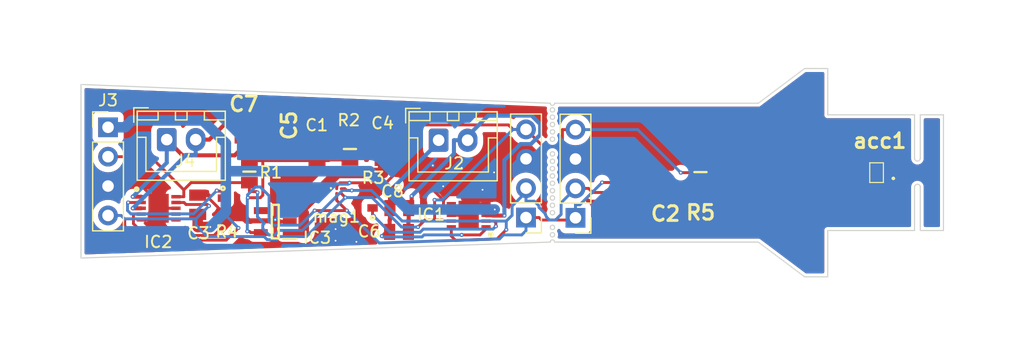
<source format=kicad_pcb>
(kicad_pcb (version 20240108) (generator "pcbnew") (generator_version "8.0")
  (layers (0 "F.Cu" signal) (31 "B.Cu" signal) (34 "B.Paste" user) (35 "F.Paste" user) (36 "B.SilkS" user "B.Silkscreen") (37 "F.SilkS" user "F.Silkscreen") (38 "B.Mask" user) (39 "F.Mask" user) (44 "Edge.Cuts" user))
  (net 0 "")
  (net 1 "GND")
  (net 2 "+3.3V")
  (net 3 "SCL")
  (net 4 "SDA")
  (net 5 "+5V")
  (net 7 "Net-(acc1-INT)")
  (net 12 "Net-(IC1-ISENSE)")
  (net 13 "Net-(IC2-ISENSE)")
  (net 14 "/MotorOut3")
  (net 15 "/MotorOut1")
  (net 16 "/MotorOut2")
  (net 17 "/MotorOut4")
  (footprint "Samacsys:CAPC2012X145N" (layer "F.Cu") (at 119.0517 31.8142 90)
    (property "Reference" "C3" (at -2.4638 0.0762 0) (layer "F.SilkS") (effects (font (thickness 0.16))))
    (property "Value" "GRM21BR61C106KE15K" (hide yes))
    (pad "1" smd rect (at -0.83 0 90) (size 0.97 1.47) (layers "F.Cu" "F.Paste" "F.Mask") (net 5 "+5V"))
    (pad "2" smd rect (at 0.83 0 90) (size 0.97 1.47) (layers "F.Cu" "F.Paste" "F.Mask") (net 1 "GND"))
  )
  (footprint "Samacsys:CAPC2012X70N" (layer "F.Cu") (at 136.4756 32.1006)
    (property "Reference" "C8" (at -0.5842 -1.4478 0) (layer "F.SilkS") (effects (font (thickness 0.16))))
    (property "Value" "885012007034" (hide yes))
    (pad "1" smd rect (at -0.81 0) (size 0.96 1.39) (layers "F.Cu" "F.Paste" "F.Mask") (net 15 "/MotorOut1"))
    (pad "2" smd rect (at 0.81 0) (size 0.96 1.39) (layers "F.Cu" "F.Paste" "F.Mask") (net 16 "/MotorOut2"))
  )
  (footprint "Samacsys:RESC2012X60N" (layer "F.Cu") (at 123.5216 28.951 90)
    (property "Reference" "R1" (at -0.0676 1.8458 180) (layer "F.SilkS") (effects (font (thickness 0.16))))
    (property "Value" "CR0805-JW-272ELF" (hide yes))
    (pad "1" smd rect (at -0.95 0 90) (size 1 1.45) (layers "F.Cu" "F.Paste" "F.Mask") (net 3 "SCL"))
    (pad "2" smd rect (at 0.95 0 90) (size 1 1.45) (layers "F.Cu" "F.Paste" "F.Mask") (net 2 "+3.3V"))
  )
  (footprint "Samacsys:ERJ3_B_BQ_BW_LW_(0603)" (layer "F.Cu") (at 134.1642 31.364 90)
    (property "Reference" "R3" (at 1.8796 0.0508 180) (layer "F.SilkS") (effects (font (thickness 0.16))))
    (property "Value" "ERJ-3RQFR91V" (hide yes))
    (pad "1" smd rect (at -0.725 0 90) (size 0.65 0.9) (layers "F.Cu" "F.Paste" "F.Mask") (net 12 "Net-(IC1-ISENSE)"))
    (pad "2" smd rect (at 0.725 0 90) (size 0.65 0.9) (layers "F.Cu" "F.Paste" "F.Mask") (net 1 "GND"))
  )
  (footprint "Connector_PinHeader_2.54mm:PinHeader_1x04_P2.54mm_Vertical" (layer "F.Cu") (at 151.7 32.94 180)
    (property "Reference" "J1" (hide yes))
    (property "Value" "Conn_01x04_Pin" (hide yes))
    (pad "1" thru_hole rect (at 0 0 180) (size 1.7 1.7) (drill 1) (layers "*.Cu" "*.Mask") (net 2 "+3.3V"))
    (pad "2" thru_hole oval (at 0 2.54 180) (size 1.7 1.7) (drill 1) (layers "*.Cu" "*.Mask") (net 3 "SCL"))
    (pad "3" thru_hole oval (at 0 5.08 180) (size 1.7 1.7) (drill 1) (layers "*.Cu" "*.Mask") (net 1 "GND"))
    (pad "4" thru_hole oval (at 0 7.62 180) (size 1.7 1.7) (drill 1) (layers "*.Cu" "*.Mask") (net 4 "SDA"))
  )
  (footprint "Samacsys:CAPC2012X145N" (layer "F.Cu") (at 135.0786 27.1476 90)
    (property "Reference" "C4" (at 2.3876 -0.0508 180) (layer "F.SilkS") (effects (font (thickness 0.16))))
    (property "Value" "GRM21BR61C106KE15K" (hide yes))
    (pad "1" smd rect (at -0.83 0 90) (size 0.97 1.47) (layers "F.Cu" "F.Paste" "F.Mask") (net 5 "+5V"))
    (pad "2" smd rect (at 0.83 0 90) (size 0.97 1.47) (layers "F.Cu" "F.Paste" "F.Mask") (net 1 "GND"))
  )
  (footprint "Samacsys:SON50P300X300X100-11N-D" (layer "F.Cu") (at 142.47 32.7235 180)
    (property "Reference" "IC1" (hide yes))
    (property "Value" "DRV8830DRCR" (hide yes))
    (fp_text user "${REFERENCE}" (at 3.2512 0.0641 180) (layer "F.SilkS") (effects (font (thickness 0.16))))
    (pad "1" smd rect (at -1.5 -1 270) (size 0.3 0.8) (layers "F.Cu" "F.Paste" "F.Mask") (net 15 "/MotorOut1"))
    (pad "2" smd rect (at -1.5 -0.5 270) (size 0.3 0.8) (layers "F.Cu" "F.Paste" "F.Mask") (net 12 "Net-(IC1-ISENSE)"))
    (pad "3" smd rect (at -1.5 0 270) (size 0.3 0.8) (layers "F.Cu" "F.Paste" "F.Mask") (net 16 "/MotorOut2"))
    (pad "4" smd rect (at -1.5 0.5 270) (size 0.3 0.8) (layers "F.Cu" "F.Paste" "F.Mask") (net 5 "+5V"))
    (pad "5" smd rect (at -1.5 1 270) (size 0.3 0.8) (layers "F.Cu" "F.Paste" "F.Mask") (net 1 "GND"))
    (pad "6" smd rect (at 1.5 1 270) (size 0.3 0.8) (layers "F.Cu" "F.Paste" "F.Mask"))
    (pad "7" smd rect (at 1.5 0.5 270) (size 0.3 0.8) (layers "F.Cu" "F.Paste" "F.Mask") (net 1 "GND"))
    (pad "8" smd rect (at 1.5 0 270) (size 0.3 0.8) (layers "F.Cu" "F.Paste" "F.Mask") (net 1 "GND"))
    (pad "9" smd rect (at 1.5 -0.5 270) (size 0.3 0.8) (layers "F.Cu" "F.Paste" "F.Mask") (net 4 "SDA"))
    (pad "10" smd rect (at 1.5 -1 270) (size 0.3 0.8) (layers "F.Cu" "F.Paste" "F.Mask") (net 3 "SCL"))
    (pad "11" smd rect (at 0 0 180) (size 1.75 2.5) (layers "F.Cu" "F.Paste" "F.Mask") (net 1 "GND"))
  )
  (footprint "Samacsys:MXC4005XC" (layer "F.Cu") (at 177.72 29.04 180)
    (property "Reference" "acc1" (at -0.28 2.75 0) (layer "F.SilkS") (effects (font (size 1.27 1.27) (thickness 0.254))))
    (property "Value" "MXC4005XC" (hide yes))
    (pad "1" smd rect (at -0.22 -0.46 180) (size 0.25 0.3) (layers "F.Cu" "F.Paste" "F.Mask") (net 3 "SCL"))
    (pad "2" smd rect (at -0.22 0 180) (size 0.25 0.3) (layers "F.Cu" "F.Paste" "F.Mask"))
    (pad "3" smd rect (at -0.22 0.46 180) (size 0.25 0.3) (layers "F.Cu" "F.Paste" "F.Mask") (net 1 "GND"))
    (pad "4" smd rect (at 0.22 0.46 180) (size 0.25 0.3) (layers "F.Cu" "F.Paste" "F.Mask") (net 7 "Net-(acc1-INT)"))
    (pad "5" smd rect (at 0.22 0 180) (size 0.25 0.3) (layers "F.Cu" "F.Paste" "F.Mask") (net 4 "SDA"))
    (pad "6" smd rect (at 0.22 -0.46 180) (size 0.25 0.3) (layers "F.Cu" "F.Paste" "F.Mask") (net 2 "+3.3V"))
  )
  (footprint "Samacsys:CAPC2012X70N" (layer "F.Cu") (at 136.4502 34.158)
    (property "Reference" "C6" (hide yes))
    (property "Value" "CC0805KRX7R8BB102" (hide yes))
    (fp_text user "${REFERENCE}" (at -2.5828 -0.0394 0) (layer "F.SilkS") (effects (font (thickness 0.16))))
    (pad "1" smd rect (at -0.81 0) (size 0.96 1.39) (layers "F.Cu" "F.Paste" "F.Mask") (net 15 "/MotorOut1"))
    (pad "2" smd rect (at 0.81 0) (size 0.96 1.39) (layers "F.Cu" "F.Paste" "F.Mask") (net 16 "/MotorOut2"))
  )
  (footprint "Samacsys:ERJ3_B_BQ_BW_LW_(0603)" (layer "F.Cu") (at 121.2361 31.9666 -90)
    (property "Reference" "R4" (at 2.159 -0.3302 0) (layer "F.SilkS") (effects (font (thickness 0.16))))
    (property "Value" "ERJ-3RQFR91V" (hide yes))
    (pad "1" smd rect (at -0.725 0 270) (size 0.65 0.9) (layers "F.Cu" "F.Paste" "F.Mask") (net 13 "Net-(IC2-ISENSE)"))
    (pad "2" smd rect (at 0.725 0 270) (size 0.65 0.9) (layers "F.Cu" "F.Paste" "F.Mask") (net 1 "GND"))
  )
  (footprint "Samacsys:SOT95P280X145-5N" (layer "F.Cu") (at 125.7568 33.269 180)
    (property "Reference" "IC3" (at -3.6068 -1.397 0) (layer "F.SilkS") (effects (font (thickness 0.16))))
    (property "Value" "MIC5504-3.3YM5-TR" (hide yes))
    (pad "1" smd rect (at -1.25 -0.95 270) (size 0.6 1.2) (layers "F.Cu" "F.Paste" "F.Mask") (net 5 "+5V"))
    (pad "2" smd rect (at -1.25 0 270) (size 0.6 1.2) (layers "F.Cu" "F.Paste" "F.Mask") (net 1 "GND"))
    (pad "3" smd rect (at -1.25 0.95 270) (size 0.6 1.2) (layers "F.Cu" "F.Paste" "F.Mask") (net 5 "+5V"))
    (pad "4" smd rect (at 1.25 0.95 270) (size 0.6 1.2) (layers "F.Cu" "F.Paste" "F.Mask"))
    (pad "5" smd rect (at 1.25 -0.95 270) (size 0.6 1.2) (layers "F.Cu" "F.Paste" "F.Mask") (net 2 "+3.3V"))
  )
  (footprint "Connector_PinHeader_2.54mm:PinHeader_1x04_P2.54mm_Vertical" (layer "F.Cu") (at 147.4235 32.9218 180)
    (property "Reference" "J5" (hide yes))
    (property "Value" "Conn_01x04_Pin" (hide yes))
    (pad "1" thru_hole rect (at 0 0 180) (size 1.7 1.7) (drill 1) (layers "*.Cu" "*.Mask") (net 2 "+3.3V"))
    (pad "2" thru_hole oval (at 0 2.54 180) (size 1.7 1.7) (drill 1) (layers "*.Cu" "*.Mask") (net 3 "SCL"))
    (pad "3" thru_hole oval (at 0 5.08 180) (size 1.7 1.7) (drill 1) (layers "*.Cu" "*.Mask") (net 1 "GND"))
    (pad "4" thru_hole oval (at 0 7.62 180) (size 1.7 1.7) (drill 1) (layers "*.Cu" "*.Mask") (net 4 "SDA"))
  )
  (footprint "Samacsys:MMC5603NJ" (layer "F.Cu") (at 131.2654 30.6306)
    (property "Reference" "mag1" (at -0.2254 2.2066 0) (layer "F.SilkS") (effects (font (thickness 0.16))))
    (property "Value" "MMC5603NJ" (hide yes))
    (pad "A1" smd circle (at -0.2 -0.2 90) (size 0.23 0.23) (layers "F.Cu" "F.Paste" "F.Mask") (net 1 "GND"))
    (pad "A2" smd circle (at 0.2 -0.2 90) (size 0.23 0.23) (layers "F.Cu" "F.Paste" "F.Mask") (net 3 "SCL"))
    (pad "B1" smd circle (at -0.2 0.2 90) (size 0.23 0.23) (layers "F.Cu" "F.Paste" "F.Mask") (net 2 "+3.3V"))
    (pad "B2" smd circle (at 0.2 0.2 90) (size 0.23 0.23) (layers "F.Cu" "F.Paste" "F.Mask") (net 4 "SDA"))
  )
  (footprint "Samacsys:CAPC2012X140N" (layer "F.Cu") (at 129.3636 27.1984 90)
    (property "Reference" "C1" (at 2.2606 -0.0254 0) (layer "F.SilkS") (effects (font (thickness 0.16))))
    (property "Value" "C0805C225K8PAC" (hide yes))
    (pad "1" smd rect (at -0.8 0 90) (size 1.02 1.47) (layers "F.Cu" "F.Paste" "F.Mask") (net 2 "+3.3V"))
    (pad "2" smd rect (at 0.8 0 90) (size 1.02 1.47) (layers "F.Cu" "F.Paste" "F.Mask") (net 1 "GND"))
  )
  (footprint "Samacsys:RESC2012X60N" (layer "F.Cu") (at 162.5 28.99 -90)
    (property "Reference" "R5" (at 3.5 -0.01643 0) (layer "F.SilkS") (effects (font (size 1.27 1.27) (thickness 0.254))))
    (property "Value" "CR0805-JW-272ELF" (hide yes))
    (pad "1" smd rect (at -0.95 0 270) (size 1 1.45) (layers "F.Cu" "F.Paste" "F.Mask") (net 7 "Net-(acc1-INT)"))
    (pad "2" smd rect (at 0.95 0 270) (size 1 1.45) (layers "F.Cu" "F.Paste" "F.Mask") (net 2 "+3.3V"))
  )
  (footprint "Samacsys:CAPC2012X70N" (layer "F.Cu") (at 122.9379 25.2356 90)
    (property "Reference" "C7" (at 2.117 0.1016 180) (layer "F.SilkS") (effects (font (size 1.27 1.27) (thickness 0.254))))
    (property "Value" "885012007034" (hide yes))
    (pad "1" smd rect (at -0.81 0 90) (size 0.96 1.39) (layers "F.Cu" "F.Paste" "F.Mask") (net 14 "/MotorOut3"))
    (pad "2" smd rect (at 0.81 0 90) (size 0.96 1.39) (layers "F.Cu" "F.Paste" "F.Mask") (net 17 "/MotorOut4"))
  )
  (footprint "Samacsys:CAPC2012X70N" (layer "F.Cu") (at 125.3509 25.0578 90)
    (property "Reference" "C5" (at 0.1016 1.6002 90) (layer "F.SilkS") (effects (font (size 1.27 1.27) (thickness 0.254))))
    (property "Value" "CC0805KRX7R8BB102" (hide yes))
    (pad "1" smd rect (at -0.81 0 90) (size 0.96 1.39) (layers "F.Cu" "F.Paste" "F.Mask") (net 14 "/MotorOut3"))
    (pad "2" smd rect (at 0.81 0 90) (size 0.96 1.39) (layers "F.Cu" "F.Paste" "F.Mask") (net 17 "/MotorOut4"))
  )
  (footprint "Connector_PinHeader_2.54mm:PinHeader_1x04_P2.54mm_Vertical" (layer "F.Cu") (at 111.3047 25.1186)
    (property "Reference" "J3" (at 0 -2.33 0) (layer "F.SilkS"))
    (property "Value" "Conn_01x04_Pin" (hide yes))
    (pad "1" thru_hole rect (at 0 0) (size 1.7 1.7) (drill 1) (layers "*.Cu" "*.Mask") (net 5 "+5V"))
    (pad "2" thru_hole oval (at 0 2.54) (size 1.7 1.7) (drill 1) (layers "*.Cu" "*.Mask") (net 3 "SCL"))
    (pad "3" thru_hole oval (at 0 5.08) (size 1.7 1.7) (drill 1) (layers "*.Cu" "*.Mask") (net 1 "GND"))
    (pad "4" thru_hole oval (at 0 7.62) (size 1.7 1.7) (drill 1) (layers "*.Cu" "*.Mask") (net 4 "SDA"))
  )
  (footprint "Samacsys:RESC2012X60N" (layer "F.Cu") (at 132.2084 26.9952 -90)
    (property "Reference" "R2" (at -2.4892 0.1016 180) (layer "F.SilkS") (effects (font (thickness 0.16))))
    (property "Value" "CR0805-JW-272ELF" (hide yes))
    (pad "1" smd rect (at -0.95 0 270) (size 1 1.45) (layers "F.Cu" "F.Paste" "F.Mask") (net 4 "SDA"))
    (pad "2" smd rect (at 0.95 0 270) (size 1 1.45) (layers "F.Cu" "F.Paste" "F.Mask") (net 2 "+3.3V"))
  )
  (footprint "Samacsys:SON50P300X300X100-11N-D" (layer "F.Cu") (at 115.6735 32.119)
    (property "Reference" "IC2" (hide yes))
    (property "Value" "DRV8830DRCR" (hide yes))
    (fp_text user "${REFERENCE}" (at -0.0254 2.9089 180) (layer "F.SilkS") (effects (font (thickness 0.16))))
    (pad "1" smd rect (at -1.5 -1 90) (size 0.3 0.8) (layers "F.Cu" "F.Paste" "F.Mask") (net 14 "/MotorOut3"))
    (pad "2" smd rect (at -1.5 -0.5 90) (size 0.3 0.8) (layers "F.Cu" "F.Paste" "F.Mask") (net 13 "Net-(IC2-ISENSE)"))
    (pad "3" smd rect (at -1.5 0 90) (size 0.3 0.8) (layers "F.Cu" "F.Paste" "F.Mask") (net 17 "/MotorOut4"))
    (pad "4" smd rect (at -1.5 0.5 90) (size 0.3 0.8) (layers "F.Cu" "F.Paste" "F.Mask") (net 5 "+5V"))
    (pad "5" smd rect (at -1.5 1 90) (size 0.3 0.8) (layers "F.Cu" "F.Paste" "F.Mask") (net 1 "GND"))
    (pad "6" smd rect (at 1.5 1 90) (size 0.3 0.8) (layers "F.Cu" "F.Paste" "F.Mask"))
    (pad "7" smd rect (at 1.5 0.5 90) (size 0.3 0.8) (layers "F.Cu" "F.Paste" "F.Mask"))
    (pad "8" smd rect (at 1.5 0 90) (size 0.3 0.8) (layers "F.Cu" "F.Paste" "F.Mask") (net 1 "GND"))
    (pad "9" smd rect (at 1.5 -0.5 90) (size 0.3 0.8) (layers "F.Cu" "F.Paste" "F.Mask") (net 4 "SDA"))
    (pad "10" smd rect (at 1.5 -1 90) (size 0.3 0.8) (layers "F.Cu" "F.Paste" "F.Mask") (net 3 "SCL"))
    (pad "11" smd rect (at 0 0) (size 1.75 2.5) (layers "F.Cu" "F.Paste" "F.Mask") (net 1 "GND"))
  )
  (footprint "Samacsys:CAPC2012X140N" (layer "F.Cu") (at 159.5 29.09 -90)
    (property "Reference" "C2" (at 3.5 0.01643 0) (layer "F.SilkS") (effects (font (size 1.27 1.27) (thickness 0.254))))
    (property "Value" "C0805C225K8PAC" (hide yes))
    (pad "1" smd rect (at -0.8 0 270) (size 1.02 1.47) (layers "F.Cu" "F.Paste" "F.Mask") (net 1 "GND"))
    (pad "2" smd rect (at 0.8 0 270) (size 1.02 1.47) (layers "F.Cu" "F.Paste" "F.Mask") (net 2 "+3.3V"))
  )
  (footprint "Connector_JST:JST_XH_B2B-XH-A_1x02_P2.50mm_Vertical" (layer "F.Cu") (at 116.3793 26.1838)
    (property "Reference" "J4" (at 1.5881 1.8348 0) (layer "F.SilkS"))
    (property "Value" "Conn_01x02_Pin" (hide yes))
    (pad "1" thru_hole roundrect (at 0 0) (size 1.7 2) (drill 1) (layers "*.Cu" "*.Mask") (roundrect_rratio 0.1470588235) (net 14 "/MotorOut3"))
    (pad "2" thru_hole oval (at 2.5 0) (size 1.7 2) (drill 1) (layers "*.Cu" "*.Mask") (net 17 "/MotorOut4"))
  )
  (footprint "Connector_JST:JST_XH_B2B-XH-A_1x02_P2.50mm_Vertical" (layer "F.Cu") (at 139.8743 26.2346)
    (property "Reference" "J2" (at 1.3511 2.0052 0) (layer "F.SilkS"))
    (property "Value" "Conn_01x02_Pin" (hide yes))
    (pad "1" thru_hole roundrect (at 0 0) (size 1.7 2) (drill 1) (layers "*.Cu" "*.Mask") (roundrect_rratio 0.1470588235) (net 15 "/MotorOut1"))
    (pad "2" thru_hole oval (at 2.5 0) (size 1.7 2) (drill 1) (layers "*.Cu" "*.Mask") (net 16 "/MotorOut2"))
  )
  (gr_line (start 174 24.04) (end 173.5 24.04) (stroke (width 0.1)) (layer "Edge.Cuts"))
  (gr_arc (start 181.5 27.79) (mid 181.25 28.04) (end 181 27.79) (stroke (width 0.1)) (layer "Edge.Cuts"))
  (gr_line (start 149.9 23.04) (end 167.5 23.04) (stroke (width 0.1)) (layer "Edge.Cuts"))
  (gr_circle (center 149.7095 29.325) (end 149.9 29.325) (stroke (width 0.1)) (fill none) (layer "Edge.Cuts"))
  (gr_arc (start 181 30.29) (mid 181.25 30.04) (end 181.5 30.29) (stroke (width 0.1)) (layer "Edge.Cuts"))
  (gr_line (start 171.5 38.04) (end 167.5 35.04) (stroke (width 0.1)) (layer "Edge.Cuts"))
  (gr_line (start 181 30.29) (end 181 34.04) (stroke (width 0.1)) (layer "Edge.Cuts"))
  (gr_line (start 174 34.04) (end 173.5 34.04) (stroke (width 0.1)) (layer "Edge.Cuts"))
  (gr_circle (center 149.7095 34.405) (end 149.9 34.405) (stroke (width 0.1)) (fill none) (layer "Edge.Cuts"))
  (gr_circle (center 149.7095 24.245) (end 149.9 24.245) (stroke (width 0.1)) (fill none) (layer "Edge.Cuts"))
  (gr_circle (center 149.7095 28.055) (end 149.9 28.055) (stroke (width 0.1)) (fill none) (layer "Edge.Cuts"))
  (gr_line (start 181.5 24.04) (end 183.5 24.04) (stroke (width 0.1)) (layer "Edge.Cuts"))
  (gr_circle (center 149.7095 26.15) (end 149.9 26.15) (stroke (width 0.1)) (fill none) (layer "Edge.Cuts"))
  (gr_line (start 181 27.79) (end 181 24.04) (stroke (width 0.1)) (layer "Edge.Cuts"))
  (gr_line (start 174 34.04) (end 181 34.04) (stroke (width 0.1)) (layer "Edge.Cuts"))
  (gr_line (start 181.5 27.79) (end 181.5 24.04) (stroke (width 0.1)) (layer "Edge.Cuts"))
  (gr_circle (center 149.7095 31.23) (end 149.9 31.23) (stroke (width 0.1)) (fill none) (layer "Edge.Cuts"))
  (gr_circle (center 149.7095 32.5) (end 149.9 32.5) (stroke (width 0.1)) (fill none) (layer "Edge.Cuts"))
  (gr_line (start 171.5 20.04) (end 167.5 23.04) (stroke (width 0.1)) (layer "Edge.Cuts"))
  (gr_circle (center 149.7095 30.595) (end 149.9 30.595) (stroke (width 0.1)) (fill none) (layer "Edge.Cuts"))
  (gr_line (start 183.5 24.04) (end 183.5 34.04) (stroke (width 0.1)) (layer "Edge.Cuts"))
  (gr_circle (center 149.7095 28.69) (end 149.9 28.69) (stroke (width 0.1)) (fill none) (layer "Edge.Cuts"))
  (gr_line (start 173.5 34.04) (end 173.5 38.04) (stroke (width 0.1)) (layer "Edge.Cuts"))
  (gr_line (start 108.9674 21.4186) (end 108.9674 36.4186) (stroke (width 0.1)) (layer "Edge.Cuts"))
  (gr_line (start 174 24.04) (end 181 24.04) (stroke (width 0.1)) (layer "Edge.Cuts"))
  (gr_line (start 108.9674 21.4186) (end 149.519 23.04) (stroke (width 0.1)) (layer "Edge.Cuts"))
  (gr_line (start 108.9674 36.4186) (end 149.519 35.04) (stroke (width 0.1)) (layer "Edge.Cuts"))
  (gr_arc (start 149.519 35.04) (mid 149.7095 34.8495) (end 149.9 35.04) (stroke (width 0.1)) (layer "Edge.Cuts"))
  (gr_circle (center 149.7095 27.42) (end 149.9 27.42) (stroke (width 0.1)) (fill none) (layer "Edge.Cuts"))
  (gr_arc (start 149.9 23.04) (mid 149.7095 23.2305) (end 149.519 23.04) (stroke (width 0.1)) (layer "Edge.Cuts"))
  (gr_line (start 149.9 35.04) (end 167.5 35.04) (stroke (width 0.1)) (layer "Edge.Cuts"))
  (gr_circle (center 149.7095 25.515) (end 149.9 25.515) (stroke (width 0.1)) (fill none) (layer "Edge.Cuts"))
  (gr_circle (center 149.7095 29.96) (end 149.9 29.96) (stroke (width 0.1)) (fill none) (layer "Edge.Cuts"))
  (gr_circle (center 149.7095 31.865) (end 149.9 31.865) (stroke (width 0.1)) (fill none) (layer "Edge.Cuts"))
  (gr_circle (center 149.7095 33.77) (end 149.9 33.77) (stroke (width 0.1)) (fill none) (layer "Edge.Cuts"))
  (gr_circle (center 149.7095 23.61) (end 149.9 23.61) (stroke (width 0.1)) (fill none) (layer "Edge.Cuts"))
  (gr_line (start 181.5 30.29) (end 181.5 34.04) (stroke (width 0.1)) (layer "Edge.Cuts"))
  (gr_line (start 181.5 34.04) (end 183.5 34.04) (stroke (width 0.1)) (layer "Edge.Cuts"))
  (gr_line (start 173.5 24.04) (end 173.5 20.04) (stroke (width 0.1)) (layer "Edge.Cuts"))
  (gr_circle (center 149.7095 24.88) (end 149.9 24.88) (stroke (width 0.1)) (fill none) (layer "Edge.Cuts"))
  (gr_line (start 171.5 20.04) (end 173.5 20.04) (stroke (width 0.1)) (layer "Edge.Cuts"))
  (gr_line (start 171.5 38.04) (end 173.5 38.04) (stroke (width 0.1)) (layer "Edge.Cuts"))
  (segment (start 141.6469 32.7235) (end 140.97 32.7235) (width 0.25) (layer "F.Cu") (net 1))
  (segment (start 142.1469 31.7235) (end 143.97 31.7235) (width 0.25) (layer "F.Cu") (net 1))
  (segment (start 135.2105 30.0371) (end 134.1642 30.0371) (width 0.25) (layer "F.Cu") (net 1))
  (segment (start 159.5 28.29) (end 159.5 27.5031) (width 0.25) (layer "F.Cu") (net 1))
  (segment (start 141.6469 32.2235) (end 142.1469 31.7235) (width 0.25) (layer "F.Cu") (net 1))
  (segment (start 140.2931 32.2235) (end 140.2931 31.4312) (width 0.25) (layer "F.Cu") (net 1))
  (segment (start 120.0636 31.3001) (end 120.0636 30.9842) (width 0.25) (layer "F.Cu") (net 1))
  (segment (start 130.7992 26.8221) (end 133.5622 26.8221) (width 0.25) (layer "F.Cu") (net 1))
  (segment (start 115.6735 32.119) (end 117.1735 32.119) (width 0.25) (layer "F.Cu") (net 1))
  (segment (start 134.5727 26.3176) (end 134.0667 26.3176) (width 0.25) (layer "F.Cu") (net 1))
  (segment (start 159.5 28.29) (end 153.2569 28.29) (width 0.25) (layer "F.Cu") (net 1))
  (segment (start 147.4235 27.8418) (end 146.2966 27.8418) (width 0.25) (layer "F.Cu") (net 1))
  (segment (start 136.1473 29.1003) (end 135.2105 30.0371) (width 0.25) (layer "F.Cu") (net 1))
  (segment (start 141.3085 32.2235) (end 141.6469 32.2235) (width 0.25) (layer "F.Cu") (net 1))
  (segment (start 132.1674 29.9186) (end 131.3537 29.9186) (width 0.25) (layer "F.Cu") (net 1))
  (segment (start 115.6735 32.119) (end 115.262 32.119) (width 0.25) (layer "F.Cu") (net 1))
  (segment (start 115.262 32.119) (end 115.262 31.2444) (width 0.25) (layer "F.Cu") (net 1))
  (segment (start 122.1005 32.829) (end 121.963 32.6916) (width 0.25) (layer "F.Cu") (net 1))
  (segment (start 127.0068 33.269) (end 125.9175 33.269) (width 0.25) (layer "F.Cu") (net 1))
  (segment (start 177.05 27.2631) (end 159.74 27.2631) (width 0.25) (layer "F.Cu") (net 1))
  (segment (start 135.0786 27.0795) (end 135.8405 27.0795) (width 0.25) (layer "F.Cu") (net 1))
  (segment (start 114.1735 33.119) (end 114.8504 33.119) (width 0.25) (layer "F.Cu") (net 1))
  (segment (start 132.1674 29.9186) (end 134.0457 29.9186) (width 0.25) (layer "F.Cu") (net 1))
  (segment (start 119.0517 30.9842) (end 120.0636 30.9842) (width 0.25) (layer "F.Cu") (net 1))
  (segment (start 134.0457 29.9186) (end 134.1642 30.0371) (width 0.25) (layer "F.Cu") (net 1))
  (segment (start 141.6469 32.7235) (end 141.6469 32.2235) (width 0.25) (layer "F.Cu") (net 1))
  (segment (start 131.3537 29.9186) (end 131.0654 30.2069) (width 0.25) (layer "F.Cu") (net 1))
  (segment (start 141.3085 32.2235) (end 140.97 32.2235) (width 0.25) (layer "F.Cu") (net 1))
  (segment (start 122.3797 33.1083) (end 122.1005 32.829) (width 0.25) (layer "F.Cu") (net 1))
  (segment (start 131.0654 30.2069) (end 131.0654 30.4306) (width 0.25) (layer "F.Cu") (net 1))
  (segment (start 125.9175 33.269) (end 125.7568 33.1083) (width 0.25) (layer "F.Cu") (net 1))
  (segment (start 153.2569 28.29) (end 152.8269 27.86) (width 0.25) (layer "F.Cu") (net 1))
  (segment (start 125.7568 33.1083) (end 122.3797 33.1083) (width 0.25) (layer "F.Cu") (net 1))
  (segment (start 120.4606 34.4689) (end 122.1005 32.829) (width 0.25) (layer "F.Cu") (net 1))
  (segment (start 121.2773 32.6916) (end 121.3185 32.6916) (width 0.25) (layer "F.Cu") (net 1))
  (segment (start 115.262 31.2444) (end 114.2162 30.1986) (width 0.25) (layer "F.Cu") (net 1))
  (segment (start 114.2162 30.1986) (end 111.3047 30.1986) (width 0.25) (layer "F.Cu") (net 1))
  (segment (start 115.262 32.119) (end 114.8504 32.5306) (width 0.25) (layer "F.Cu") (net 1))
  (segment (start 136.1473 27.3863) (end 136.1473 29.1003) (width 0.25) (layer "F.Cu") (net 1))
  (segment (start 121.2773 32.5138) (end 120.0636 31.3001) (width 0.25) (layer "F.Cu") (net 1))
  (segment (start 135.0786 26.3176) (end 135.0786 27.0795) (width 0.25) (layer "F.Cu") (net 1))
  (segment (start 114.8504 33.119) (end 116.2003 34.4689) (width 0.25) (layer "F.Cu") (net 1))
  (segment (start 140.2931 31.4312) (end 143.8825 27.8418) (width 0.25) (layer "F.Cu") (net 1))
  (segment (start 121.2773 32.6916) (end 121.2773 32.5138) (width 0.25) (layer "F.Cu") (net 1))
  (segment (start 121.5996 32.6916) (end 121.3185 32.6916) (width 0.25) (layer "F.Cu") (net 1))
  (segment (start 129.3636 26.3984) (end 130.3755 26.3984) (width 0.25) (layer "F.Cu") (net 1))
  (segment (start 177.94 28.58) (end 177.94 28.1531) (width 0.25) (layer "F.Cu") (net 1))
  (segment (start 159.74 27.2631) (end 159.5 27.5031) (width 0.25) (layer "F.Cu") (net 1))
  (segment (start 114.8504 32.5306) (end 114.8504 33.119) (width 0.25) (layer "F.Cu") (net 1))
  (segment (start 121.2361 32.6916) (end 121.2773 32.6916) (width 0.25) (layer "F.Cu") (net 1))
  (segment (start 140.97 32.2235) (end 140.2931 32.2235) (width 0.25) (layer "F.Cu") (net 1))
  (segment (start 133.5622 26.8221) (end 134.0667 26.3176) (width 0.25) (layer "F.Cu") (net 1))
  (segment (start 135.8405 27.0795) (end 136.1473 27.3863) (width 0.25) (layer "F.Cu") (net 1))
  (segment (start 121.5996 32.6916) (end 121.963 32.6916) (width 0.25) (layer "F.Cu") (net 1))
  (segment (start 130.3755 26.3984) (end 130.7992 26.8221) (width 0.25) (layer "F.Cu") (net 1))
  (segment (start 142.47 32.7235) (end 141.6469 32.7235) (width 0.25) (layer "F.Cu") (net 1))
  (segment (start 143.8825 27.8418) (end 146.2966 27.8418) (width 0.25) (layer "F.Cu") (net 1))
  (segment (start 151.7 27.86) (end 152.8269 27.86) (width 0.25) (layer "F.Cu") (net 1))
  (segment (start 134.5727 26.3176) (end 135.0786 26.3176) (width 0.25) (layer "F.Cu") (net 1))
  (segment (start 177.94 28.1531) (end 177.05 27.2631) (width 0.25) (layer "F.Cu") (net 1))
  (segment (start 134.1642 30.639) (end 134.1642 30.0371) (width 0.25) (layer "F.Cu") (net 1))
  (segment (start 137.9622 29.1003) (end 136.1473 29.1003) (width 0.25) (layer "F.Cu") (net 1))
  (segment (start 140.2931 31.4312) (end 137.9622 29.1003) (width 0.25) (layer "F.Cu") (net 1))
  (segment (start 116.2003 34.4689) (end 120.4606 34.4689) (width 0.25) (layer "F.Cu") (net 1))
  (via (at 132.7674 35.0186) (size 0.35) (drill 0.15) (layers "F.Cu" "B.Cu") (net 1))
  (via (at 139.3674 28.4186) (size 0.35) (drill 0.15) (layers "F.Cu" "B.Cu") (net 1))
  (via (at 130.9674 33.9186) (size 0.35) (drill 0.15) (layers "F.Cu" "B.Cu") (net 1))
  (via (at 141.8674 28.6186) (size 0.35) (drill 0.15) (layers "F.Cu" "B.Cu") (net 1))
  (via (at 132.1674 29.9186) (size 0.35) (drill 0.15) (layers "F.Cu" "B.Cu") (net 1))
  (via (at 144.6674 29.0186) (size 0.35) (drill 0.15) (layers "F.Cu" "B.Cu") (net 1))
  (via (at 140.2674 30.2186) (size 0.35) (drill 0.15) (layers "F.Cu" "B.Cu") (net 1))
  (via (at 143.6674 30.5186) (size 0.35) (drill 0.15) (layers "F.Cu" "B.Cu") (net 1))
  (via (at 125.7568 33.1083) (size 0.35) (drill 0.15) (layers "F.Cu" "B.Cu") (net 1))
  (via (at 130.9674 34.9186) (size 0.35) (drill 0.15) (layers "F.Cu" "B.Cu") (net 1))
  (segment (start 149.091388 27.147127) (end 149.091388 27.300812) (width 0.25) (layer "B.Cu") (net 1))
  (segment (start 150.5731 27.86) (end 150.5731 27.3243) (width 0.25) (layer "B.Cu") (net 1))
  (segment (start 132.0489 30.0371) (end 128.828 30.0371) (width 0.25) (layer "B.Cu") (net 1))
  (segment (start 150.032809 26.784009) (end 149.454506 26.784009) (width 0.25) (layer "B.Cu") (net 1))
  (segment (start 151.7 27.86) (end 150.5731 27.86) (width 0.25) (layer "B.Cu") (net 1))
  (segment (start 150.5731 27.3243) (end 150.032809 26.784009) (width 0.25) (layer "B.Cu") (net 1))
  (segment (start 148.5504 27.8418) (end 147.4235 27.8418) (width 0.25) (layer "B.Cu") (net 1))
  (segment (start 132.1674 29.9186) (end 132.0489 30.0371) (width 0.25) (layer "B.Cu") (net 1))
  (segment (start 149.454506 26.784009) (end 149.091388 27.147127) (width 0.25) (layer "B.Cu") (net 1))
  (segment (start 149.091388 27.300812) (end 148.5504 27.8418) (width 0.25) (layer "B.Cu") (net 1))
  (segment (start 128.828 30.0371) (end 125.7568 33.1083) (width 0.25) (layer "B.Cu") (net 1))
  (segment (start 124.4666 31.2046) (end 123.3938 31.2046) (width 0.25) (layer "F.Cu") (net 2))
  (segment (start 161.4981 29.94) (end 161.4481 29.89) (width 0.25) (layer "F.Cu") (net 2))
  (segment (start 147.4235 32.9218) (end 148.5504 32.9218) (width 0.25) (layer "F.Cu") (net 2))
  (segment (start 159.5 29.89) (end 154.0015 29.89) (width 0.25) (layer "F.Cu") (net 2))
  (segment (start 176.6581 29.94) (end 162.5 29.94) (width 0.25) (layer "F.Cu") (net 2))
  (segment (start 131.0654 31.4428) (end 131.9387 32.3161) (width 0.25) (layer "F.Cu") (net 2))
  (segment (start 177.0981 29.5) (end 176.6581 29.94) (width 0.25) (layer "F.Cu") (net 2))
  (segment (start 124.681 27.9984) (end 124.6784 28.001) (width 0.25) (layer "F.Cu") (net 2))
  (segment (start 148.5504 32.9218) (end 148.762609 33.134009) (width 0.25) (layer "F.Cu") (net 2))
  (segment (start 124.5068 34.219) (end 123.6299 34.219) (width 0.25) (layer "F.Cu") (net 2))
  (segment (start 123.5233 34.1124) (end 123.6299 34.219) (width 0.25) (layer "F.Cu") (net 2))
  (segment (start 123.5216 28.001) (end 124.5235 28.001) (width 0.25) (layer "F.Cu") (net 2))
  (segment (start 130.3755 27.9984) (end 130.4287 27.9452) (width 0.25) (layer "F.Cu") (net 2))
  (segment (start 129.1631 32.3161) (end 131.9387 32.3161) (width 0.25) (layer "F.Cu") (net 2))
  (segment (start 130.4287 27.9452) (end 132.2084 27.9452) (width 0.25) (layer "F.Cu") (net 2))
  (segment (start 148.762609 33.134009) (end 151.505991 33.134009) (width 0.25) (layer "F.Cu") (net 2))
  (segment (start 177.5 29.5) (end 177.0981 29.5) (width 0.25) (layer "F.Cu") (net 2))
  (segment (start 124.6784 28.001) (end 124.5235 28.001) (width 0.25) (layer "F.Cu") (net 2))
  (segment (start 131.0654 30.8306) (end 131.0654 31.4428) (width 0.25) (layer "F.Cu") (net 2))
  (segment (start 124.6784 28.001) (end 124.6784 30.9928) (width 0.25) (layer "F.Cu") (net 2))
  (segment (start 162.5 29.94) (end 161.4981 29.94) (width 0.25) (layer "F.Cu") (net 2))
  (segment (start 129.8696 27.9984) (end 129.3636 27.9984) (width 0.25) (layer "F.Cu") (net 2))
  (segment (start 123.3389 34.1124) (end 123.5233 34.1124) (width 0.25) (layer "F.Cu") (net 2))
  (segment (start 124.6784 30.9928) (end 124.4666 31.2046) (width 0.25) (layer "F.Cu") (net 2))
  (segment (start 129.8696 27.9984) (end 130.3755 27.9984) (width 0.25) (layer "F.Cu") (net 2))
  (segment (start 129.3636 27.9984) (end 124.681 27.9984) (width 0.25) (layer "F.Cu") (net 2))
  (segment (start 161.4481 29.89) (end 159.5 29.89) (width 0.25) (layer "F.Cu") (net 2))
  (via (at 123.3389 34.1124) (size 0.35) (drill 0.15) (layers "F.Cu" "B.Cu") (net 2))
  (via (at 123.3938 31.2046) (size 0.35) (drill 0.15) (layers "F.Cu" "B.Cu") (net 2))
  (via (at 154.0015 29.89) (size 0.35) (drill 0.15) (layers "F.Cu" "B.Cu") (net 2))
  (via (at 131.9387 32.3161) (size 0.35) (drill 0.15) (layers "F.Cu" "B.Cu") (net 2))
  (via (at 129.1631 32.3161) (size 0.35) (drill 0.15) (layers "F.Cu" "B.Cu") (net 2))
  (segment (start 152.0784 31.8131) (end 154.0015 29.89) (width 0.25) (layer "B.Cu") (net 2))
  (segment (start 151.7 31.8131) (end 152.0784 31.8131) (width 0.25) (layer "B.Cu") (net 2))
  (segment (start 147.4235 34.0487) (end 147.4235 32.9218) (width 0.25) (layer "B.Cu") (net 2))
  (segment (start 125.2196 33.223) (end 125.5717 33.5751) (width 0.25) (layer "B.Cu") (net 2))
  (segment (start 145.483997 34.4186) (end 147.0536 34.4186) (width 0.25) (layer "B.Cu") (net 2))
  (segment (start 131.9387 32.3161) (end 134.739791 35.117191) (width 0.25) (layer "B.Cu") (net 2))
  (segment (start 123.3664 30.9537) (end 124.0463 30.2738) (width 0.25) (layer "B.Cu") (net 2))
  (segment (start 124.0463 30.2738) (end 124.4589 30.2738) (width 0.25) (layer "B.Cu") (net 2))
  (segment (start 125.5717 33.5751) (end 127.9041 33.5751) (width 0.25) (layer "B.Cu") (net 2))
  (segment (start 123.3664 31.232) (end 123.3664 30.9537) (width 0.25) (layer "B.Cu") (net 2))
  (segment (start 123.3389 34.1124) (end 123.3389 31.2595) (width 0.25) (layer "B.Cu") (net 2))
  (segment (start 147.0536 34.4186) (end 147.4235 34.0487) (width 0.25) (layer "B.Cu") (net 2))
  (segment (start 151.7 32.94) (end 151.7 31.8131) (width 0.25) (layer "B.Cu") (net 2))
  (segment (start 134.739791 35.117191) (end 145.138937 34.76366) (width 0.25) (layer "B.Cu") (net 2))
  (segment (start 127.9041 33.5751) (end 129.1631 32.3161) (width 0.25) (layer "B.Cu") (net 2))
  (segment (start 125.2196 31.0345) (end 125.2196 33.223) (width 0.25) (layer "B.Cu") (net 2))
  (segment (start 145.138937 34.76366) (end 145.483997 34.4186) (width 0.25) (layer "B.Cu") (net 2))
  (segment (start 124.4589 30.2738) (end 125.2196 31.0345) (width 0.25) (layer "B.Cu") (net 2))
  (segment (start 123.3664 31.232) (end 123.3938 31.2046) (width 0.25) (layer "B.Cu") (net 2))
  (segment (start 123.3389 31.2595) (end 123.3664 31.232) (width 0.25) (layer "B.Cu") (net 2))
  (segment (start 117.8504 30.5267) (end 114.9823 27.6586) (width 0.25) (layer "F.Cu") (net 3))
  (segment (start 151.7 30.4) (end 152.8269 30.4) (width 0.25) (layer "F.Cu") (net 3))
  (segment (start 117.8504 31.119) (end 117.8504 30.5267) (width 0.25) (layer "F.Cu") (net 3))
  (segment (start 132.1674 30.5735) (end 131.9211 30.5735) (width 0.25) (layer "F.Cu") (net 3))
  (segment (start 123.5216 30.6779) (end 124.1418 30.6779) (width 0.25) (layer "F.Cu") (net 3))
  (segment (start 124.2165 30.7526) (end 124.2149 30.7526) (width 0.25) (layer "F.Cu") (net 3))
  (segment (start 131.7782 30.4306) (end 131.4654 30.4306) (width 0.25) (layer "F.Cu") (net 3))
  (segment (start 131.9211 30.5735) (end 131.7782 30.4306) (width 0.25) (layer "F.Cu") (net 3))
  (segment (start 177.1133 30.7536) (end 153.1805 30.7536) (width 0.25) (layer "F.Cu") (net 3))
  (segment (start 144.916079 34.771236) (end 145.718715 33.9686) (width 0.25) (layer "F.Cu") (net 3))
  (segment (start 123.5216 29.901) (end 123.5216 30.6779) (width 0.25) (layer "F.Cu") (net 3))
  (segment (start 117.1735 31.119) (end 117.8504 31.119) (width 0.25) (layer "F.Cu") (net 3))
  (segment (start 141.341556 34.892756) (end 144.916079 34.771236) (width 0.25) (layer "F.Cu") (net 3))
  (segment (start 114.9823 27.6586) (end 111.3047 27.6586) (width 0.25) (layer "F.Cu") (net 3))
  (segment (start 118.4761 29.901) (end 123.5216 29.901) (width 0.25) (layer "F.Cu") (net 3))
  (segment (start 140.97 34.5212) (end 141.341556 34.892756) (width 0.25) (layer "F.Cu") (net 3))
  (segment (start 132.1674 30.5735) (end 132.3674 30.5735) (width 0.25) (layer "F.Cu") (net 3))
  (segment (start 124.1418 30.6779) (end 124.2165 30.7526) (width 0.25) (layer "F.Cu") (net 3))
  (segment (start 153.1805 30.7536) (end 152.8269 30.4) (width 0.25) (layer "F.Cu") (net 3))
  (segment (start 140.97 33.7235) (end 140.97 34.5212) (width 0.25) (layer "F.Cu") (net 3))
  (segment (start 117.8504 30.5267) (end 118.4761 29.901) (width 0.25) (layer "F.Cu") (net 3))
  (segment (start 177.94 29.9269) (end 177.1133 30.7536) (width 0.25) (layer "F.Cu") (net 3))
  (segment (start 177.94 29.5) (end 177.94 29.9269) (width 0.25) (layer "F.Cu") (net 3))
  (via (at 124.2149 30.7526) (size 0.35) (drill 0.15) (layers "F.Cu" "B.Cu") (net 3))
  (via (at 132.3674 30.5735) (size 0.35) (drill 0.15) (layers "F.Cu" "B.Cu") (net 3))
  (via (at 145.718715 33.9686) (size 0.35) (drill 0.15) (layers "F.Cu" "B.Cu") (net 3))
  (segment (start 145.718715 33.9686) (end 145.718715 33.227485) (width 0.25) (layer "B.Cu") (net 3))
  (segment (start 146.2245 31.9257) (end 147.4235 30.7267) (width 0.25) (layer "B.Cu") (net 3))
  (segment (start 132.3674 30.5735) (end 131.5563 30.5735) (width 0.25) (layer "B.Cu") (net 3))
  (segment (start 128.0203 34.0273) (end 126.1055 34.0273) (width 0.25) (layer "B.Cu") (net 3))
  (segment (start 148.5504 31.9114) (end 148.5504 32.0458) (width 0.25) (layer "B.Cu") (net 3))
  (segment (start 149.091388 32.586788) (end 149.091388 32.641081) (width 0.25) (layer "B.Cu") (net 3))
  (segment (start 149.964492 33.135993) (end 149.454508 33.135993) (width 0.25) (layer "B.Cu") (net 3))
  (segment (start 148.5504 32.0458) (end 149.091388 32.586788) (width 0.25) (layer "B.Cu") (net 3))
  (segment (start 150.4587 32.641785) (end 149.964492 33.135993) (width 0.25) (layer "B.Cu") (net 3))
  (segment (start 125.7051 34.4277) (end 125.221 34.4277) (width 0.25) (layer "B.Cu") (net 3))
  (segment (start 145.718715 33.227485) (end 146.2245 32.7217) (width 0.25) (layer "B.Cu") (net 3))
  (segment (start 149.454508 33.135993) (end 149.213812 32.895297) (width 0.25) (layer "B.Cu") (net 3))
  (segment (start 150.4587 32.641785) (end 150.4587 31.6413) (width 0.25) (layer "B.Cu") (net 3))
  (segment (start 147.4235 31.5087) (end 148.1477 31.5087) (width 0.25) (layer "B.Cu") (net 3))
  (segment (start 128.104 34.0258) (end 128.0218 34.0258) (width 0.25) (layer "B.Cu") (net 3))
  (segment (start 132.3674 30.5735) (end 134.0751 30.5735) (width 0.25) (layer "B.Cu") (net 3))
  (segment (start 136.7251 33.2235) (end 145.6723 33.2235) (width 0.25) (layer "B.Cu") (net 3))
  (segment (start 124.794 33.4323) (end 124.2149 32.8532) (width 0.25) (layer "B.Cu") (net 3))
  (segment (start 128.0218 34.0258) (end 128.0203 34.0273) (width 0.25) (layer "B.Cu") (net 3))
  (segment (start 124.6763 33.55) (end 124.794 33.4323) (width 0.25) (layer "B.Cu") (net 3))
  (segment (start 147.4235 30.7267) (end 147.4235 31.5087) (width 0.25) (layer "B.Cu") (net 3))
  (segment (start 134.0751 30.5735) (end 136.7251 33.2235) (width 0.25) (layer "B.Cu") (net 3))
  (segment (start 146.2245 32.7217) (end 146.2245 31.9257) (width 0.25) (layer "B.Cu") (net 3))
  (segment (start 147.4235 30.3818) (end 147.4235 30.7267) (width 0.25) (layer "B.Cu") (net 3))
  (segment (start 131.5563 30.5735) (end 128.104 34.0258) (width 0.25) (layer "B.Cu") (net 3))
  (segment (start 126.1055 34.0273) (end 125.7051 34.4277) (width 0.25) (layer "B.Cu") (net 3))
  (segment (start 148.1477 31.5087) (end 148.5504 31.9114) (width 0.25) (layer "B.Cu") (net 3))
  (segment (start 124.2149 32.8532) (end 124.2149 30.7526) (width 0.25) (layer "B.Cu") (net 3))
  (segment (start 125.221 34.4277) (end 124.6763 33.883) (width 0.25) (layer "B.Cu") (net 3))
  (segment (start 124.6763 33.883) (end 124.6763 33.55) (width 0.25) (layer "B.Cu") (net 3))
  (segment (start 149.091388 32.641081) (end 149.213812 32.895297) (width 0.25) (layer "B.Cu") (net 3))
  (segment (start 150.4587 31.6413) (end 151.7 30.4) (width 0.25) (layer "B.Cu") (net 3))
  (segment (start 147.4235 25.3018) (end 146.2966 25.3018) (width 0.25) (layer "F.Cu") (net 4))
  (segment (start 118.0451 31.7916) (end 119.8933 31.7916) (width 0.25) (layer "F.Cu") (net 4))
  (segment (start 140.193 33.1234) (end 139.5273 33.1234) (width 0.25) (layer "F.Cu") (net 4))
  (segment (start 139.5273 33.1234) (end 139.5273 31.3959) (width 0.25) (layer "F.Cu") (net 4))
  (segment (start 132.2084 25.2683) (end 132.5637 24.913) (width 0.25) (layer "F.Cu") (net 4))
  (segment (start 131.4654 30.8469) (end 131.4654 30.8306) (width 0.25) (layer "F.Cu") (net 4))
  (segment (start 140.2931 33.2235) (end 140.193 33.1234) (width 0.25) (layer "F.Cu") (net 4))
  (segment (start 148.905709 26.784009) (end 147.4235 25.3018) (width 0.25) (layer "F.Cu") (net 4))
  (segment (start 177.5 29.04) (end 160.8001 29.04) (width 0.25) (layer "F.Cu") (net 4))
  (segment (start 150.101991 26.784009) (end 148.905709 26.784009) (width 0.25) (layer "F.Cu") (net 4))
  (segment (start 132.2084 26.0452) (end 132.2084 25.2683) (width 0.25) (layer "F.Cu") (net 4))
  (segment (start 131.8113 31.1928) (end 131.4654 30.8469) (width 0.25) (layer "F.Cu") (net 4))
  (segment (start 117.8725 31.619) (end 118.0451 31.7916) (width 0.25) (layer "F.Cu") (net 4))
  (segment (start 138.7041 33.1234) (end 138.0875 33.74) (width 0.25) (layer "F.Cu") (net 4))
  (segment (start 145.9078 24.913) (end 146.2966 25.3018) (width 0.25) (layer "F.Cu") (net 4))
  (segment (start 150.5731 25.32) (end 150.5731 26.3129) (width 0.25) (layer "F.Cu") (net 4))
  (segment (start 132.5637 24.913) (end 145.9078 24.913) (width 0.25) (layer "F.Cu") (net 4))
  (segment (start 119.8933 31.7916) (end 120.0202 31.9185) (width 0.25) (layer "F.Cu") (net 4))
  (segment (start 139.5273 33.1234) (end 138.7041 33.1234) (width 0.25) (layer "F.Cu") (net 4))
  (segment (start 117.1735 31.619) (end 117.8725 31.619) (width 0.25) (layer "F.Cu") (net 4))
  (segment (start 151.7 25.32) (end 150.5731 25.32) (width 0.25) (layer "F.Cu") (net 4))
  (segment (start 140.97 33.2235) (end 140.2931 33.2235) (width 0.25) (layer "F.Cu") (net 4))
  (segment (start 150.5731 26.3129) (end 150.101991 26.784009) (width 0.25) (layer "F.Cu") (net 4))
  (via (at 138.0875 33.74) (size 0.35) (drill 0.15) (layers "F.Cu" "B.Cu") (net 4))
  (via (at 131.8113 31.1928) (size 0.35) (drill 0.15) (layers "F.Cu" "B.Cu") (net 4))
  (via (at 160.8001 29.04) (size 0.35) (drill 0.15) (layers "F.Cu" "B.Cu") (net 4))
  (via (at 120.0202 31.9185) (size 0.35) (drill 0.15) (layers "F.Cu" "B.Cu") (net 4))
  (via (at 139.5273 31.3959) (size 0.35) (drill 0.15) (layers "F.Cu" "B.Cu") (net 4))
  (segment (start 151.7 25.32) (end 157.0801 25.32) (width 0.25) (layer "B.Cu") (net 4))
  (segment (start 136.6732 33.74) (end 134.126 31.1928) (width 0.25) (layer "B.Cu") (net 4))
  (segment (start 128.4398 34.5643) (end 131.8113 31.1928) (width 0.25) (layer "B.Cu") (net 4))
  (segment (start 118.9081 33.0306) (end 120.0202 31.9185) (width 0.25) (layer "B.Cu") (net 4))
  (segment (start 118.9081 33.0306) (end 118.9081 33.5756) (width 0.25) (layer "B.Cu") (net 4))
  (segment (start 134.126 31.1928) (end 131.8113 31.1928) (width 0.25) (layer "B.Cu") (net 4))
  (segment (start 111.3047 32.7386) (end 112.4316 32.7386) (width 0.25) (layer "B.Cu") (net 4))
  (segment (start 112.7236 33.0306) (end 118.9081 33.0306) (width 0.25) (layer "B.Cu") (net 4))
  (segment (start 118.9081 33.5756) (end 119.8968 34.5643) (width 0.25) (layer "B.Cu") (net 4))
  (segment (start 126.1369 34.5643) (end 128.4398 34.5643) (width 0.25) (layer "B.Cu") (net 4))
  (segment (start 157.0801 25.32) (end 160.8001 29.04) (width 0.25) (layer "B.Cu") (net 4))
  (segment (start 112.4316 32.7386) (end 112.7236 33.0306) (width 0.25) (layer "B.Cu") (net 4))
  (segment (start 146.2966 25.3018) (end 140.2025 31.3959) (width 0.25) (layer "B.Cu") (net 4))
  (segment (start 147.4235 25.3018) (end 146.2966 25.3018) (width 0.25) (layer "B.Cu") (net 4))
  (segment (start 125.0545 34.8296) (end 125.8716 34.8296) (width 0.25) (layer "B.Cu") (net 4))
  (segment (start 140.2025 31.3959) (end 139.5273 31.3959) (width 0.25) (layer "B.Cu") (net 4))
  (segment (start 124.7892 34.5643) (end 125.0545 34.8296) (width 0.25) (layer "B.Cu") (net 4))
  (segment (start 138.0875 33.74) (end 136.6732 33.74) (width 0.25) (layer "B.Cu") (net 4))
  (segment (start 119.8968 34.5643) (end 124.7892 34.5643) (width 0.25) (layer "B.Cu") (net 4))
  (segment (start 125.8716 34.8296) (end 126.1369 34.5643) (width 0.25) (layer "B.Cu") (net 4))
  (segment (start 135.0786 29.0695) (end 134.068 29.0695) (width 0.91) (layer "F.Cu") (net 5))
  (segment (start 114.1735 32.619) (end 113.5235 32.619) (width 0.25) (layer "F.Cu") (net 5))
  (segment (start 127.0068 32.319) (end 127.9854 32.319) (width 0.91) (layer "F.Cu") (net 5))
  (segment (start 134.068 29.0695) (end 131.1185 29.0695) (width 0.91) (layer "F.Cu") (net 5))
  (segment (start 113.4985 32.644) (end 113.4985 33.4497) (width 0.25) (layer "F.Cu") (net 5))
  (segment (start 131.1185 29.0695) (end 127.9854 32.2026) (width 0.91) (layer "F.Cu") (net 5))
  (segment (start 143.97 32.2235) (end 144.7236 32.2235) (width 0.2998) (layer "F.Cu") (net 5))
  (segment (start 127.0068 34.219) (end 128.0586 34.219) (width 0.5998) (layer "F.Cu") (net 5))
  (segment (start 135.0786 27.9776) (end 135.0786 29.0695) (width 0.91) (layer "F.Cu") (net 5))
  (segment (start 128.2137 34.1744) (end 128.1032 34.1744) (width 0.5998) (layer "F.Cu") (net 5))
  (segment (start 128.1032 34.1744) (end 128.0586 34.219) (width 0.5998) (layer "F.Cu") (net 5))
  (segment (start 121.5171 34.8689) (end 122.5674 33.8186) (width 0.25) (layer "F.Cu") (net 5))
  (segment (start 128.2137 34.1744) (end 128.2137 32.5473) (width 0.91) (layer "F.Cu") (net 5))
  (segment (start 113.5235 32.619) (end 113.4985 32.644) (width 0.25) (layer "F.Cu") (net 5))
  (segment (start 113.4985 33.4497) (end 114.9177 34.8689) (width 0.25) (layer "F.Cu") (net 5))
  (segment (start 119.0517 32.6442) (end 119.0517 33.7361) (width 0.91) (layer "F.Cu") (net 5))
  (segment (start 128.2137 32.5473) (end 127.9854 32.319) (width 0.91) (layer "F.Cu") (net 5))
  (segment (start 127.9854 32.2026) (end 127.9854 32.319) (width 0.91) (layer "F.Cu") (net 5))
  (segment (start 114.9177 34.8689) (end 121.5171 34.8689) (width 0.25) (layer "F.Cu") (net 5))
  (segment (start 119.0517 33.7361) (end 120.1436 33.7361) (width 0.91) (layer "F.Cu") (net 5))
  (via (at 144.7236 32.2235) (size 0.35) (drill 0.15) (layers "F.Cu" "B.Cu") (net 5))
  (via (at 134.068 29.0695) (size 0.35) (drill 0.15) (layers "F.Cu" "B.Cu") (net 5))
  (via (at 122.5674 33.8186) (size 0.35) (drill 0.15) (layers "F.Cu" "B.Cu") (net 5))
  (via (at 120.1436 33.7361) (size 0.35) (drill 0.15) (layers "F.Cu" "B.Cu") (net 5))
  (segment (start 121.4846 26.5132) (end 121.4846 28.9138) (width 0.91) (layer "B.Cu") (net 5))
  (segment (start 134.068 29.0848) (end 137.2067 32.2235) (width 0.91) (layer "B.Cu") (net 5))
  (segment (start 119.4965 24.5251) (end 121.4846 26.5132) (width 0.91) (layer "B.Cu") (net 5))
  (segment (start 133.9123 28.9138) (end 121.4846 28.9138) (width 0.91) (layer "B.Cu") (net 5))
  (segment (start 113.3551 24.5251) (end 119.4965 24.5251) (width 0.91) (layer "B.Cu") (net 5))
  (segment (start 121.4846 28.9138) (end 121.4846 32.3951) (width 0.91) (layer "B.Cu") (net 5))
  (segment (start 112.7616 25.1186) (end 113.3551 24.5251) (width 0.91) (layer "B.Cu") (net 5))
  (segment (start 137.2067 32.2235) (end 144.7236 32.2235) (width 0.91) (layer "B.Cu") (net 5))
  (segment (start 122.5674 33.8186) (end 121.4846 32.7358) (width 0.25) (layer "B.Cu") (net 5))
  (segment (start 111.3047 25.1186) (end 112.7616 25.1186) (width 0.91) (layer "B.Cu") (net 5))
  (segment (start 134.068 29.0695) (end 134.068 29.0848) (width 0.91) (layer "B.Cu") (net 5))
  (segment (start 121.4846 32.3951) (end 120.1436 33.7361) (width 0.91) (layer "B.Cu") (net 5))
  (segment (start 134.068 29.0695) (end 133.9123 28.9138) (width 0.91) (layer "B.Cu") (net 5))
  (segment (start 121.4846 32.7358) (end 121.4846 32.3951) (width 0.25) (layer "B.Cu") (net 5))
  (segment (start 162.5 28.04) (end 163.5019 28.04) (width 0.25) (layer "F.Cu") (net 7))
  (segment (start 164.0419 28.58) (end 163.5019 28.04) (width 0.25) (layer "F.Cu") (net 7))
  (segment (start 177.5 28.58) (end 164.0419 28.58) (width 0.25) (layer "F.Cu") (net 7))
  (segment (start 134.1642 32.089) (end 134.1642 32.6909) (width 0.25) (layer "F.Cu") (net 12))
  (segment (start 134.2601 32.7868) (end 134.1642 32.6909) (width 0.25) (layer "F.Cu") (net 12))
  (segment (start 144.818125 33.369325) (end 144.6723 33.2235) (width 0.25) (layer "F.Cu") (net 12))
  (segment (start 144.6723 33.2235) (end 143.97 33.2235) (width 0.25) (layer "F.Cu") (net 12))
  (segment (start 144.818125 33.673302) (end 144.818125 33.369325) (width 0.25) (layer "F.Cu") (net 12))
  (via (at 144.818125 33.673302) (size 0.35) (drill 0.15) (layers "F.Cu" "B.Cu") (net 12))
  (via (at 134.2601 32.7868) (size 0.35) (drill 0.15) (layers "F.Cu" "B.Cu") (net 12))
  (segment (start 138.273897 34.19) (end 135.6633 34.19) (width 0.25) (layer "B.Cu") (net 12))
  (segment (start 135.6633 34.19) (end 134.2601 32.7868) (width 0.25) (layer "B.Cu") (net 12))
  (segment (start 144.818125 33.673302) (end 144.572827 33.9186) (width 0.25) (layer "B.Cu") (net 12))
  (segment (start 144.572827 33.9186) (end 138.545297 33.9186) (width 0.25) (layer "B.Cu") (net 12))
  (segment (start 138.545297 33.9186) (end 138.273897 34.19) (width 0.25) (layer "B.Cu") (net 12))
  (segment (start 113.0448 31.619) (end 114.1735 31.619) (width 0.25) (layer "F.Cu") (net 13))
  (segment (start 120.7554 30.6397) (end 120.7026 30.5869) (width 0.25) (layer "F.Cu") (net 13))
  (segment (start 121.2361 30.6397) (end 120.7554 30.6397) (width 0.25) (layer "F.Cu") (net 13))
  (segment (start 121.2361 31.2416) (end 121.2361 30.6397) (width 0.25) (layer "F.Cu") (net 13))
  (via (at 120.7026 30.5869) (size 0.35) (drill 0.15) (layers "F.Cu" "B.Cu") (net 13))
  (via (at 113.0448 31.619) (size 0.35) (drill 0.15) (layers "F.Cu" "B.Cu") (net 13))
  (segment (start 120.7026 30.5869) (end 118.69 32.5995) (width 0.25) (layer "B.Cu") (net 13))
  (segment (start 112.9854 32.3081) (end 112.9854 31.6784) (width 0.25) (layer "B.Cu") (net 13))
  (segment (start 112.9854 31.6784) (end 113.0448 31.619) (width 0.25) (layer "B.Cu") (net 13))
  (segment (start 118.69 32.5995) (end 113.2768 32.5995) (width 0.25) (layer "B.Cu") (net 13))
  (segment (start 113.2768 32.5995) (end 112.9854 32.3081) (width 0.25) (layer "B.Cu") (net 13))
  (segment (start 125.3509 25.8678) (end 124.329 25.8678) (width 0.35) (layer "F.Cu") (net 14))
  (segment (start 117.7371 27.5416) (end 116.3793 26.1838) (width 0.35) (layer "F.Cu") (net 14))
  (segment (start 122.9379 26.0456) (end 124.1512 26.0456) (width 0.35) (layer "F.Cu") (net 14))
  (segment (start 114.1735 31.119) (end 113.4424 31.119) (width 0.35) (layer "F.Cu") (net 14))
  (segment (start 122.9379 26.8525) (end 122.2488 27.5416) (width 0.35) (layer "F.Cu") (net 14))
  (segment (start 122.9379 26.0456) (end 122.9379 26.8525) (width 0.35) (layer "F.Cu") (net 14))
  (segment (start 124.1512 26.0456) (end 124.329 25.8678) (width 0.35) (layer "F.Cu") (net 14))
  (segment (start 122.2488 27.5416) (end 117.7371 27.5416) (width 0.35) (layer "F.Cu") (net 14))
  (via (at 113.4424 31.119) (size 0.35) (drill 0.15) (layers "F.Cu" "B.Cu") (net 14))
  (segment (start 116.3793 26.1838) (end 116.3793 28.1821) (width 0.35) (layer "B.Cu") (net 14))
  (segment (start 116.3793 28.1821) (end 113.4424 31.119) (width 0.35) (layer "B.Cu") (net 14))
  (segment (start 143.4499 34.4186) (end 141.8674 34.4186) (width 0.25) (layer "F.Cu") (net 15))
  (segment (start 135.6656 30.6139) (end 136.1842 30.0953) (width 0.35) (layer "F.Cu") (net 15))
  (segment (start 135.6656 32.1006) (end 135.6656 30.6139) (width 0.35) (layer "F.Cu") (net 15))
  (segment (start 135.328 34.158) (end 135.6402 34.158) (width 0.25) (layer "F.Cu") (net 15))
  (segment (start 135.6656 32.4856) (end 135.6656 32.1006) (width 0.35) (layer "F.Cu") (net 15))
  (segment (start 135.6402 33.1361) (end 135.652 33.1361) (width 0.35) (layer "F.Cu") (net 15))
  (segment (start 135.652 33.1361) (end 135.6656 33.1225) (width 0.35) (layer "F.Cu") (net 15))
  (segment (start 135.6402 34.158) (end 135.6402 33.1361) (width 0.35) (layer "F.Cu") (net 15))
  (segment (start 143.97 33.7235) (end 143.97 33.8985) (width 0.25) (layer "F.Cu") (net 15))
  (segment (start 135.6656 32.4856) (end 135.6656 33.1225) (width 0.35) (layer "F.Cu") (net 15))
  (segment (start 143.97 33.8985) (end 143.4499 34.4186) (width 0.25) (layer "F.Cu") (net 15))
  (segment (start 134.9674 34.5186) (end 135.328 34.158) (width 0.25) (layer "F.Cu") (net 15))
  (via (at 141.8674 34.4186) (size 0.35) (drill 0.15) (layers "F.Cu" "B.Cu") (net 15))
  (via (at 134.9674 34.5186) (size 0.35) (drill 0.15) (layers "F.Cu" "B.Cu") (net 15))
  (via (at 136.1842 30.0953) (size 0.35) (drill 0.15) (layers "F.Cu" "B.Cu") (net 15))
  (segment (start 138.439582 34.59) (end 138.610983 34.4186) (width 0.25) (layer "B.Cu") (net 15))
  (segment (start 136.1842 30.0953) (end 139.8743 26.4052) (width 0.35) (layer "B.Cu") (net 15))
  (segment (start 135.0388 34.59) (end 138.439582 34.59) (width 0.25) (layer "B.Cu") (net 15))
  (segment (start 139.8743 26.4052) (end 139.8743 26.2346) (width 0.35) (layer "B.Cu") (net 15))
  (segment (start 134.9674 34.5186) (end 135.0388 34.59) (width 0.25) (layer "B.Cu") (net 15))
  (segment (start 138.610983 34.4186) (end 141.8674 34.4186) (width 0.25) (layer "B.Cu") (net 15))
  (segment (start 137.2602 34.1033) (end 137.2602 34.158) (width 0.35) (layer "F.Cu") (net 16))
  (segment (start 143.9946 32.7481) (end 143.97 32.7235) (width 0.2998) (layer "F.Cu") (net 16))
  (segment (start 137.2602 34.1033) (end 137.2602 33.1361) (width 0.35) (layer "F.Cu") (net 16))
  (segment (start 137.272 33.1361) (end 137.2856 33.1225) (width 0.35) (layer "F.Cu") (net 16))
  (segment (start 137.2856 32.1006) (end 137.2856 32.6115) (width 0.35) (layer "F.Cu") (net 16))
  (segment (start 144.5422 32.7481) (end 145.5567 32.7481) (width 0.35) (layer "F.Cu") (net 16))
  (segment (start 137.2602 33.1361) (end 137.272 33.1361) (width 0.35) (layer "F.Cu") (net 16))
  (segment (start 137.544 32.3531) (end 137.544 31.0609) (width 0.35) (layer "F.Cu") (net 16))
  (segment (start 144.5422 32.7481) (end 143.9946 32.7481) (width 0.2998) (layer "F.Cu") (net 16))
  (segment (start 137.2856 32.6115) (end 137.544 32.3531) (width 0.35) (layer "F.Cu") (net 16))
  (segment (start 137.2856 32.6115) (end 137.2856 33.1225) (width 0.35) (layer "F.Cu") (net 16))
  (via (at 137.544 31.0609) (size 0.35) (drill 0.15) (layers "F.Cu" "B.Cu") (net 16))
  (via (at 145.5567 32.7481) (size 0.35) (drill 0.15) (layers "F.Cu" "B.Cu") (net 16))
  (segment (start 148.6448 25.7739) (end 147.8469 26.5718) (width 0.35) (layer "B.Cu") (net 16))
  (segment (start 142.3743 26.2346) (end 142.0298 26.2346) (width 0.35) (layer "B.Cu") (net 16))
  (segment (start 145.5567 27.9627) (end 145.5567 32.7481) (width 0.35) (layer "B.Cu") (net 16))
  (segment (start 142.0298 26.2346) (end 144.1585 24.1059) (width 0.35) (layer "B.Cu") (net 16))
  (segment (start 148.6448 24.8426) (end 148.6448 25.7739) (width 0.35) (layer "B.Cu") (net 16))
  (segment (start 146.9476 26.5718) (end 145.5567 27.9627) (width 0.35) (layer "B.Cu") (net 16))
  (segment (start 147.8469 26.5718) (end 146.9476 26.5718) (width 0.35) (layer "B.Cu") (net 16))
  (segment (start 141.1974 26.2346) (end 141.1974 27.4075) (width 0.35) (layer "B.Cu") (net 16))
  (segment (start 141.1974 27.4075) (end 137.544 31.0609) (width 0.35) (layer "B.Cu") (net 16))
  (segment (start 144.1585 24.1059) (end 147.9081 24.1059) (width 0.35) (layer "B.Cu") (net 16))
  (segment (start 142.0298 26.2346) (end 141.1974 26.2346) (width 0.35) (layer "B.Cu") (net 16))
  (segment (start 147.9081 24.1059) (end 148.6448 24.8426) (width 0.35) (layer "B.Cu") (net 16))
  (segment (start 122.9379 24.4256) (end 121.8144 24.4256) (width 0.35) (layer "F.Cu") (net 17))
  (segment (start 121.8144 24.4256) (end 120.0562 26.1838) (width 0.35) (layer "F.Cu") (net 17))
  (segment (start 114.1735 32.119) (end 113.4466 32.119) (width 0.35) (layer "F.Cu") (net 17))
  (segment (start 124.1512 24.4256) (end 122.9379 24.4256) (width 0.35) (layer "F.Cu") (net 17))
  (segment (start 125.3509 24.2478) (end 124.329 24.2478) (width 0.35) (layer "F.Cu") (net 17))
  (segment (start 124.329 24.2478) (end 124.1512 24.4256) (width 0.35) (layer "F.Cu") (net 17))
  (segment (start 118.8793 26.1838) (end 120.0562 26.1838) (width 0.35) (layer "F.Cu") (net 17))
  (via (at 113.4466 32.119) (size 0.35) (drill 0.15) (layers "F.Cu" "B.Cu") (net 17))
  (segment (start 118.8793 26.1838) (end 118.8793 27.5107) (width 0.35) (layer "B.Cu") (net 17))
  (segment (start 118.0549 27.5107) (end 113.4466 32.119) (width 0.35) (layer "B.Cu") (net 17))
  (segment (start 118.8793 27.5107) (end 118.0549 27.5107) (width 0.35) (layer "B.Cu") (net 17))
  (zone (net 1) (net_name "GND") (layers "F&B.Cu") (connect_pads yes (clearance 0.5)) (min_thickness 0.25) (fill yes (thermal_gap 0.5) (thermal_bridge_width 0.5))
    (polygon (pts (xy 105.8674 18.0186) (xy 158.3674 14.1186) (xy 190.4674 22.1186) (xy 188.6674 40.3186) (xy 160.8674 41.7186) (xy 101.9674 43.6186) (xy 105.3674 18.8186) (xy 105.5674 18.4186)))
  )
)
</source>
